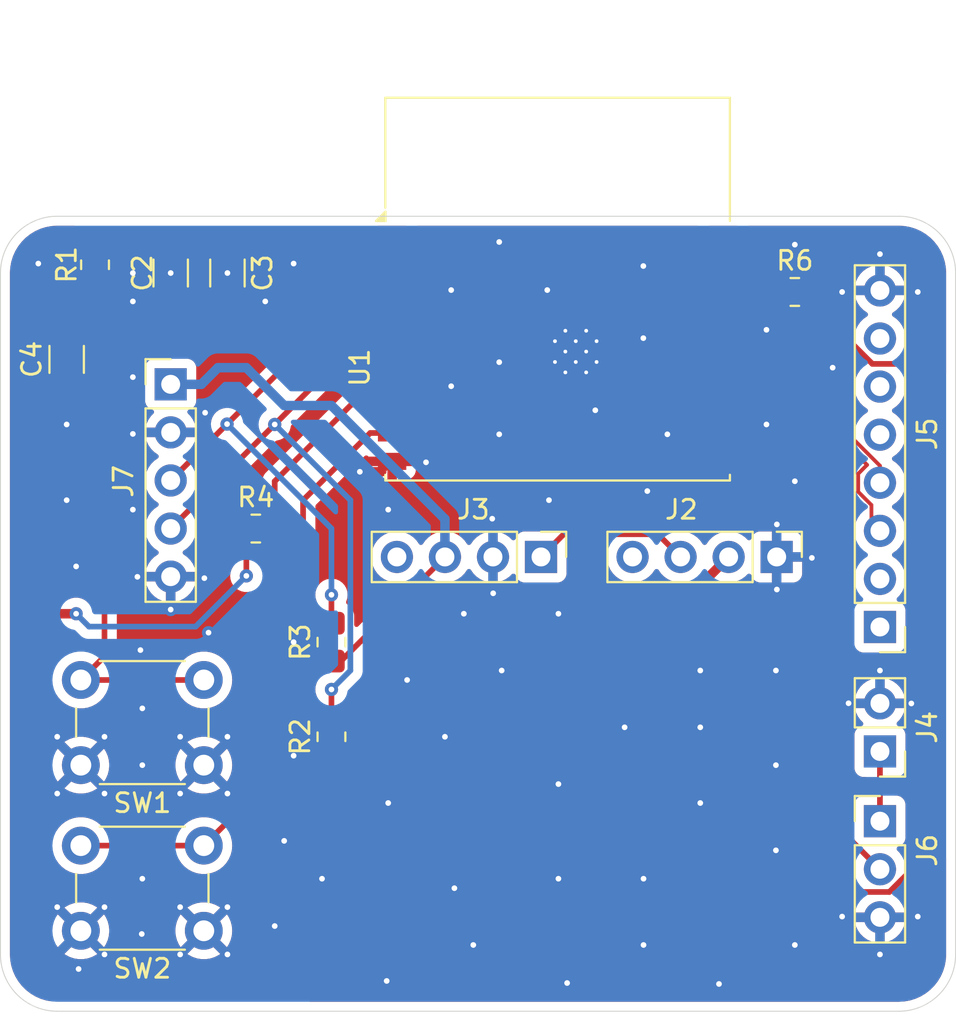
<source format=kicad_pcb>
(kicad_pcb (version 20240108) (generator "pcbnew") (generator_version "8.0")
  (layers (0 "F.Cu" signal) (31 "B.Cu" power) (34 "B.Paste" user) (35 "F.Paste" user) (36 "B.SilkS" user "B.Silkscreen") (37 "F.SilkS" user "F.Silkscreen") (38 "B.Mask" user) (39 "F.Mask" user) (44 "Edge.Cuts" user))
  (net 0 "")
  (net 1 "3V3Buck")
  (net 2 "GND")
  (net 3 "Net-(U1-EN)")
  (net 4 "/SCL")
  (net 5 "/5VBoost")
  (net 6 "/SDA")
  (net 7 "Net-(U1-IO8)")
  (net 8 "Net-(U1-IO2)")
  (net 9 "Net-(U1-IO9)")
  (net 25 "Net-(J2-Vin)")
  (net 26 "Net-(J4-load+)")
  (net 27 "/D+")
  (net 28 "/D-")
  (footprint "Resistor_SMD:R_0805_2012Metric_Pad1.20x1.40mm_HandSolder" (layer "F.Cu") (at 143.9 76.3)
    (property "Reference" "R6" (at 0 -1.65 0) (layer "F.SilkS"))
    (property "Value" "10k")
    (fp_line (start -0.227064 -0.735) (end 0.227064 -0.735) (stroke (width 0.12)) (layer "F.SilkS"))
    (fp_line (start -0.227064 0.735) (end 0.227064 0.735) (stroke (width 0.12)) (layer "F.SilkS"))
    (pad "1" smd roundrect (at -1 0) (size 1.2 1.4) (layers "F.Cu" "F.Paste" "F.Mask") (roundrect_rratio 0.208333) (net 8 "Net-(U1-IO2)"))
    (pad "2" smd roundrect (at 1 0) (size 1.2 1.4) (layers "F.Cu" "F.Paste" "F.Mask") (roundrect_rratio 0.208333) (net 1 "3V3Buck"))
  )
  (footprint "Connector_PinHeader_2.54mm:PinHeader_1x04_P2.54mm_Vertical" (layer "F.Cu") (at 130.48 90.3 -90)
    (property "Reference" "J3" (at -2.5 3.58 0) (layer "F.SilkS"))
    (property "Value" "AF_TPS61023_5V_Boost_Converter")
    (fp_line (start -1.33 8.95) (end 1.33 8.95) (stroke (width 0.12)) (layer "F.SilkS"))
    (fp_line (start -1.33 1.27) (end -1.33 8.95) (stroke (width 0.12)) (layer "F.SilkS"))
    (fp_line (start -1.33 1.27) (end 1.33 1.27) (stroke (width 0.12)) (layer "F.SilkS"))
    (fp_line (start 1.33 1.27) (end 1.33 8.95) (stroke (width 0.12)) (layer "F.SilkS"))
    (fp_line (start -1.33 0) (end -1.33 -1.33) (stroke (width 0.12)) (layer "F.SilkS"))
    (fp_line (start -1.33 -1.33) (end 0 -1.33) (stroke (width 0.12)) (layer "F.SilkS"))
    (pad "1" thru_hole rect (at 0 0 270) (size 1.7 1.7) (drill 1) (layers "*.Cu" "*.Mask") (net 25 "Net-(J2-Vin)"))
    (pad "2" thru_hole oval (at 0 2.54 270) (size 1.7 1.7) (drill 1) (layers "*.Cu" "*.Mask") (net 2 "GND"))
    (pad "3" thru_hole oval (at 0 5.08 270) (size 1.7 1.7) (drill 1) (layers "*.Cu" "*.Mask") (net 5 "/5VBoost"))
    (pad "4" thru_hole oval (at 0 7.62 270) (size 1.7 1.7) (drill 1) (layers "*.Cu" "*.Mask"))
  )
  (footprint "Connector_PinHeader_2.54mm:PinHeader_1x02_P2.54mm_Vertical" (layer "F.Cu") (at 148.4 100.575 180)
    (property "Reference" "J4" (at -2.5 1.275 90) (layer "F.SilkS"))
    (property "Value" "Adafruit_bq25185")
    (fp_line (start 1.33 1.27) (end 1.33 3.87) (stroke (width 0.12)) (layer "F.SilkS"))
    (fp_line (start -1.33 3.87) (end 1.33 3.87) (stroke (width 0.12)) (layer "F.SilkS"))
    (fp_line (start -1.33 1.27) (end 1.33 1.27) (stroke (width 0.12)) (layer "F.SilkS"))
    (fp_line (start -1.33 1.27) (end -1.33 3.87) (stroke (width 0.12)) (layer "F.SilkS"))
    (fp_line (start -1.33 0) (end -1.33 -1.33) (stroke (width 0.12)) (layer "F.SilkS"))
    (fp_line (start -1.33 -1.33) (end 0 -1.33) (stroke (width 0.12)) (layer "F.SilkS"))
    (pad "1" thru_hole rect (at 0 0 180) (size 1.7 1.7) (drill 1) (layers "*.Cu" "*.Mask") (net 26 "Net-(J4-load+)"))
    (pad "2" thru_hole oval (at 0 2.54 180) (size 1.7 1.7) (drill 1) (layers "*.Cu" "*.Mask") (net 2 "GND"))
  )
  (footprint "Connector_PinHeader_2.54mm:PinHeader_1x08_P2.54mm_Vertical" (layer "F.Cu") (at 148.4 94 180)
    (property "Reference" "J5" (at -2.5 10.2 90) (layer "F.SilkS"))
    (property "Value" "AF_USB_Module")
    (fp_line (start 1.33 1.27) (end 1.33 19.11) (stroke (width 0.12)) (layer "F.SilkS"))
    (fp_line (start -1.33 19.11) (end 1.33 19.11) (stroke (width 0.12)) (layer "F.SilkS"))
    (fp_line (start -1.33 1.27) (end 1.33 1.27) (stroke (width 0.12)) (layer "F.SilkS"))
    (fp_line (start -1.33 1.27) (end -1.33 19.11) (stroke (width 0.12)) (layer "F.SilkS"))
    (fp_line (start -1.33 0) (end -1.33 -1.33) (stroke (width 0.12)) (layer "F.SilkS"))
    (fp_line (start -1.33 -1.33) (end 0 -1.33) (stroke (width 0.12)) (layer "F.SilkS"))
    (pad "1" thru_hole rect (at 0 0 180) (size 1.7 1.7) (drill 1) (layers "*.Cu" "*.Mask"))
    (pad "2" thru_hole oval (at 0 2.54 180) (size 1.7 1.7) (drill 1) (layers "*.Cu" "*.Mask"))
    (pad "3" thru_hole oval (at 0 5.08 180) (size 1.7 1.7) (drill 1) (layers "*.Cu" "*.Mask") (net 27 "/D+"))
    (pad "4" thru_hole oval (at 0 7.62 180) (size 1.7 1.7) (drill 1) (layers "*.Cu" "*.Mask") (net 28 "/D-"))
    (pad "5" thru_hole oval (at 0 10.16 180) (size 1.7 1.7) (drill 1) (layers "*.Cu" "*.Mask"))
    (pad "6" thru_hole oval (at 0 12.7 180) (size 1.7 1.7) (drill 1) (layers "*.Cu" "*.Mask"))
    (pad "7" thru_hole oval (at 0 15.24 180) (size 1.7 1.7) (drill 1) (layers "*.Cu" "*.Mask"))
    (pad "8" thru_hole oval (at 0 17.78 180) (size 1.7 1.7) (drill 1) (layers "*.Cu" "*.Mask") (net 2 "GND"))
  )
  (footprint "Resistor_SMD:R_0805_2012Metric_Pad1.20x1.40mm_HandSolder" (layer "F.Cu") (at 119.4 99.8 90)
    (property "Reference" "R2" (at 0 -1.65 90) (layer "F.SilkS"))
    (property "Value" "10k")
    (fp_line (start -0.227064 -0.735) (end 0.227064 -0.735) (stroke (width 0.12)) (layer "F.SilkS"))
    (fp_line (start -0.227064 0.735) (end 0.227064 0.735) (stroke (width 0.12)) (layer "F.SilkS"))
    (pad "1" smd roundrect (at -1 0 90) (size 1.2 1.4) (layers "F.Cu" "F.Paste" "F.Mask") (roundrect_rratio 0.208333) (net 5 "/5VBoost"))
    (pad "2" smd roundrect (at 1 0 90) (size 1.2 1.4) (layers "F.Cu" "F.Paste" "F.Mask") (roundrect_rratio 0.208333) (net 4 "/SCL"))
  )
  (footprint "Resistor_SMD:R_0805_2012Metric_Pad1.20x1.40mm_HandSolder" (layer "F.Cu") (at 119.4 94.8 90)
    (property "Reference" "R3" (at 0 -1.65 90) (layer "F.SilkS"))
    (property "Value" "10k")
    (fp_line (start -0.227064 -0.735) (end 0.227064 -0.735) (stroke (width 0.12)) (layer "F.SilkS"))
    (fp_line (start -0.227064 0.735) (end 0.227064 0.735) (stroke (width 0.12)) (layer "F.SilkS"))
    (pad "1" smd roundrect (at -1 0 90) (size 1.2 1.4) (layers "F.Cu" "F.Paste" "F.Mask") (roundrect_rratio 0.208333) (net 5 "/5VBoost"))
    (pad "2" smd roundrect (at 1 0 90) (size 1.2 1.4) (layers "F.Cu" "F.Paste" "F.Mask") (roundrect_rratio 0.208333) (net 6 "/SDA"))
  )
  (footprint "Button_Switch_THT:SW_PUSH_6mm" (layer "F.Cu") (at 112.65 101.3 180)
    (property "Reference" "SW1" (at 3.25 -2 360) (layer "F.SilkS"))
    (property "Value" "SW_Push")
    (fp_line (start 6.75 3) (end 6.75 1.5) (stroke (width 0.12)) (layer "F.SilkS"))
    (fp_line (start 5.5 -1) (end 1 -1) (stroke (width 0.12)) (layer "F.SilkS"))
    (fp_line (start 1 5.5) (end 5.5 5.5) (stroke (width 0.12)) (layer "F.SilkS"))
    (fp_line (start -0.25 1.5) (end -0.25 3) (stroke (width 0.12)) (layer "F.SilkS"))
    (pad "1" thru_hole circle (at 0 0 270) (size 2 2) (drill 1.1) (layers "*.Cu" "*.Mask") (net 2 "GND"))
    (pad "1" thru_hole circle (at 6.5 0 270) (size 2 2) (drill 1.1) (layers "*.Cu" "*.Mask") (net 2 "GND"))
    (pad "2" thru_hole circle (at 0 4.5 270) (size 2 2) (drill 1.1) (layers "*.Cu" "*.Mask") (net 3 "Net-(U1-EN)"))
    (pad "2" thru_hole circle (at 6.5 4.5 270) (size 2 2) (drill 1.1) (layers "*.Cu" "*.Mask") (net 3 "Net-(U1-EN)"))
  )
  (footprint "Connector_PinHeader_2.54mm:PinHeader_1x03_P2.54mm_Vertical" (layer "F.Cu") (at 148.4 104.26)
    (property "Reference" "J6" (at 2.5 1.54 90) (layer "F.SilkS"))
    (property "Value" "Adadruit_Push_Button")
    (fp_line (start -1.33 -1.33) (end 0 -1.33) (stroke (width 0.12)) (layer "F.SilkS"))
    (fp_line (start -1.33 0) (end -1.33 -1.33) (stroke (width 0.12)) (layer "F.SilkS"))
    (fp_line (start -1.33 1.27) (end -1.33 6.41) (stroke (width 0.12)) (layer "F.SilkS"))
    (fp_line (start -1.33 1.27) (end 1.33 1.27) (stroke (width 0.12)) (layer "F.SilkS"))
    (fp_line (start -1.33 6.41) (end 1.33 6.41) (stroke (width 0.12)) (layer "F.SilkS"))
    (fp_line (start 1.33 1.27) (end 1.33 6.41) (stroke (width 0.12)) (layer "F.SilkS"))
    (pad "1" thru_hole rect (at 0 0) (size 1.7 1.7) (drill 1) (layers "*.Cu" "*.Mask") (net 26 "Net-(J4-load+)"))
    (pad "2" thru_hole oval (at 0 2.54) (size 1.7 1.7) (drill 1) (layers "*.Cu" "*.Mask") (net 25 "Net-(J2-Vin)"))
    (pad "3" thru_hole oval (at 0 5.08) (size 1.7 1.7) (drill 1) (layers "*.Cu" "*.Mask") (net 2 "GND"))
  )
  (footprint "RF_Module:ESP32-C3-WROOM-02" (layer "F.Cu") (at 131.3575 79.25)
    (property "Reference" "U1" (at -10.4575 1.05 90) (layer "F.SilkS"))
    (property "Value" "C3-WROOM-02")
    (fp_line (start -9.11 -13.21) (end -9.11 -7.4) (stroke (width 0.12)) (layer "F.SilkS"))
    (fp_line (start -9.11 -13.21) (end 9.11 -13.21) (stroke (width 0.12)) (layer "F.SilkS"))
    (fp_line (start -9.11 6.71) (end -9.11 7.01) (stroke (width 0.12)) (layer "F.SilkS"))
    (fp_line (start -9.11 7.01) (end 9.11 7.01) (stroke (width 0.12)) (layer "F.SilkS"))
    (fp_line (start 9.11 -13.21) (end 9.11 -6.71) (stroke (width 0.12)) (layer "F.SilkS"))
    (fp_line (start 9.11 6.71) (end 9.11 7.01) (stroke (width 0.12)) (layer "F.SilkS"))
    (fp_poly (pts (xy -9.1 -6.7) (xy -9.6 -6.7) (xy -9.1 -7.2) (xy -9.1 -6.7)) (stroke (width 0.12)) (fill solid) (layer "F.SilkS"))
    (pad "1" smd rect (at -8.75 -6) (size 1.5 0.9) (layers "F.Cu" "F.Paste" "F.Mask") (net 1 "3V3Buck"))
    (pad "2" smd rect (at -8.75 -4.5) (size 1.5 0.9) (layers "F.Cu" "F.Paste" "F.Mask") (net 3 "Net-(U1-EN)"))
    (pad "3" smd rect (at -8.75 -3) (size 1.5 0.9) (layers "F.Cu" "F.Paste" "F.Mask") (net 6 "/SDA"))
    (pad "4" smd rect (at -8.75 -1.5) (size 1.5 0.9) (layers "F.Cu" "F.Paste" "F.Mask") (net 4 "/SCL"))
    (pad "5" smd rect (at -8.75 0) (size 1.5 0.9) (layers "F.Cu" "F.Paste" "F.Mask"))
    (pad "6" smd rect (at -8.75 1.5) (size 1.5 0.9) (layers "F.Cu" "F.Paste" "F.Mask"))
    (pad "7" smd rect (at -8.75 3) (size 1.5 0.9) (layers "F.Cu" "F.Paste" "F.Mask") (net 7 "Net-(U1-IO8)"))
    (pad "8" smd rect (at -8.75 4.5) (size 1.5 0.9) (layers "F.Cu" "F.Paste" "F.Mask") (net 9 "Net-(U1-IO9)"))
    (pad "9" smd rect (at -8.75 6) (size 1.5 0.9) (layers "F.Cu" "F.Paste" "F.Mask") (net 2 "GND"))
    (pad "10" smd rect (at 8.75 6) (size 1.5 0.9) (layers "F.Cu" "F.Paste" "F.Mask"))
    (pad "11" smd rect (at 8.75 4.5) (size 1.5 0.9) (layers "F.Cu" "F.Paste" "F.Mask"))
    (pad "12" smd rect (at 8.75 3) (size 1.5 0.9) (layers "F.Cu" "F.Paste" "F.Mask"))
    (pad "13" smd rect (at 8.75 1.5) (size 1.5 0.9) (layers "F.Cu" "F.Paste" "F.Mask") (net 27 "/D+"))
    (pad "14" smd rect (at 8.75 0) (size 1.5 0.9) (layers "F.Cu" "F.Paste" "F.Mask") (net 28 "/D-"))
    (pad "15" smd rect (at 8.75 -1.5) (size 1.5 0.9) (layers "F.Cu" "F.Paste" "F.Mask"))
    (pad "16" smd rect (at 8.75 -3) (size 1.5 0.9) (layers "F.Cu" "F.Paste" "F.Mask") (net 8 "Net-(U1-IO2)"))
    (pad "17" smd rect (at 8.75 -4.5) (size 1.5 0.9) (layers "F.Cu" "F.Paste" "F.Mask"))
    (pad "18" smd rect (at 8.75 -6) (size 1.5 0.9) (layers "F.Cu" "F.Paste" "F.Mask"))
    (pad "19" thru_hole circle (at -0.14 -0.35) (size 0.6 0.6) (drill 0.2) (property pad_prop_heatsink) (layers "*.Cu" "F.Mask") (net 2 "GND"))
    (pad "19" thru_hole circle (at -0.14 0.75) (size 0.6 0.6) (drill 0.2) (property pad_prop_heatsink) (layers "*.Cu" "F.Mask") (net 2 "GND"))
    (pad "19" thru_hole circle (at 0.41 -0.9) (size 0.6 0.6) (drill 0.2) (property pad_prop_heatsink) (layers "*.Cu" "F.Mask") (net 2 "GND"))
    (pad "19" thru_hole circle (at 0.41 0.2) (size 0.6 0.6) (drill 0.2) (property pad_prop_heatsink) (layers "*.Cu" "F.Mask") (net 2 "GND"))
    (pad "19" thru_hole circle (at 0.41 1.3) (size 0.6 0.6) (drill 0.2) (property pad_prop_heatsink) (layers "*.Cu" "F.Mask") (net 2 "GND"))
    (pad "19" thru_hole circle (at 0.96 -0.35) (size 0.6 0.6) (drill 0.2) (property pad_prop_heatsink) (layers "*.Cu" "F.Mask") (net 2 "GND"))
    (pad "19" smd rect (at 0.96 0.2) (size 2.9 2.9) (property pad_prop_heatsink) (layers "F.Cu" "F.Mask") (net 2 "GND"))
    (pad "19" thru_hole circle (at 0.96 0.75) (size 0.6 0.6) (drill 0.2) (property pad_prop_heatsink) (layers "*.Cu" "F.Mask") (net 2 "GND"))
    (pad "19" thru_hole circle (at 1.51 -0.9) (size 0.6 0.6) (drill 0.2) (property pad_prop_heatsink) (layers "*.Cu" "F.Mask") (net 2 "GND"))
    (pad "19" thru_hole circle (at 1.51 0.2) (size 0.6 0.6) (drill 0.2) (property pad_prop_heatsink) (layers "*.Cu" "F.Mask") (net 2 "GND"))
    (pad "19" thru_hole circle (at 1.51 1.3) (size 0.6 0.6) (drill 0.2) (property pad_prop_heatsink) (layers "*.Cu" "F.Mask") (net 2 "GND"))
    (pad "19" thru_hole circle (at 2.06 -0.35) (size 0.6 0.6) (drill 0.2) (property pad_prop_heatsink) (layers "*.Cu" "F.Mask") (net 2 "GND"))
    (pad "19" thru_hole circle (at 2.06 0.75) (size 0.6 0.6) (drill 0.2) (property pad_prop_heatsink) (layers "*.Cu" "F.Mask") (net 2 "GND"))
    (zone (net 0) (net_name "") (layers "F&B.Cu") (connect_pads (clearance 0)) (min_thickness 0.254)
      (keepout (tracks not_allowed) (vias not_allowed) (pads not_allowed) (copperpour not_allowed) (footprints not_allowed))
      (fill (thermal_gap 0.508) (thermal_bridge_width 0.508))
      (polygon (pts (xy 117.3575 72.15) (xy 145.3575 72.15) (xy 145.3575 61.15) (xy 117.3575 61.15)))
    )
  )
  (footprint "Capacitor_SMD:C_1206_3216Metric_Pad1.33x1.80mm_HandSolder" (layer "F.Cu") (at 110.9 75.3 -90)
    (property "Reference" "C2" (at 0 1.5 90) (layer "F.SilkS"))
    (property "Value" "10uF")
    (fp_line (start -0.711252 0.91) (end 0.711252 0.91) (stroke (width 0.12)) (layer "F.SilkS"))
    (fp_line (start -0.711252 -0.91) (end 0.711252 -0.91) (stroke (width 0.12)) (layer "F.SilkS"))
    (pad "1" smd roundrect (at -1.5625 0 270) (size 1.325 1.8) (layers "F.Cu" "F.Paste" "F.Mask") (roundrect_rratio 0.188679) (net 1 "3V3Buck"))
    (pad "2" smd roundrect (at 1.5625 0 270) (size 1.325 1.8) (layers "F.Cu" "F.Paste" "F.Mask") (roundrect_rratio 0.188679) (net 2 "GND"))
  )
  (footprint "Resistor_SMD:R_0805_2012Metric_Pad1.20x1.40mm_HandSolder" (layer "F.Cu") (at 106.9 74.8625 -90)
    (property "Reference" "R1" (at 0 1.5 90) (layer "F.SilkS"))
    (property "Value" "10k")
    (fp_line (start -0.227064 0.735) (end 0.227064 0.735) (stroke (width 0.12)) (layer "F.SilkS"))
    (fp_line (start -0.227064 -0.735) (end 0.227064 -0.735) (stroke (width 0.12)) (layer "F.SilkS"))
    (pad "1" smd roundrect (at -1 0 270) (size 1.2 1.4) (layers "F.Cu" "F.Paste" "F.Mask") (roundrect_rratio 0.208333) (net 1 "3V3Buck"))
    (pad "2" smd roundrect (at 1 0 270) (size 1.2 1.4) (layers "F.Cu" "F.Paste" "F.Mask") (roundrect_rratio 0.208333) (net 3 "Net-(U1-EN)"))
  )
  (footprint "Capacitor_SMD:C_1206_3216Metric_Pad1.33x1.80mm_HandSolder" (layer "F.Cu") (at 113.9 75.3 -90)
    (property "Reference" "C3" (at 0 -1.85 90) (layer "F.SilkS"))
    (property "Value" "100nF")
    (fp_line (start -0.711252 0.91) (end 0.711252 0.91) (stroke (width 0.12)) (layer "F.SilkS"))
    (fp_line (start -0.711252 -0.91) (end 0.711252 -0.91) (stroke (width 0.12)) (layer "F.SilkS"))
    (pad "1" smd roundrect (at -1.5625 0 270) (size 1.325 1.8) (layers "F.Cu" "F.Paste" "F.Mask") (roundrect_rratio 0.188679) (net 1 "3V3Buck"))
    (pad "2" smd roundrect (at 1.5625 0 270) (size 1.325 1.8) (layers "F.Cu" "F.Paste" "F.Mask") (roundrect_rratio 0.188679) (net 2 "GND"))
  )
  (footprint "Connector_PinHeader_2.54mm:PinHeader_1x04_P2.54mm_Vertical" (layer "F.Cu") (at 142.94 90.3 -90)
    (property "Reference" "J2" (at -2.5 5.04 180) (layer "F.SilkS"))
    (property "Value" "AF_TLV62569_3V3_Buck_Converter")
    (fp_line (start -1.33 8.95) (end 1.33 8.95) (stroke (width 0.12)) (layer "F.SilkS"))
    (fp_line (start -1.33 1.27) (end -1.33 8.95) (stroke (width 0.12)) (layer "F.SilkS"))
    (fp_line (start -1.33 1.27) (end 1.33 1.27) (stroke (width 0.12)) (layer "F.SilkS"))
    (fp_line (start 1.33 1.27) (end 1.33 8.95) (stroke (width 0.12)) (layer "F.SilkS"))
    (fp_line (start -1.33 0) (end -1.33 -1.33) (stroke (width 0.12)) (layer "F.SilkS"))
    (fp_line (start -1.33 -1.33) (end 0 -1.33) (stroke (width 0.12)) (layer "F.SilkS"))
    (pad "1" thru_hole rect (at 0 0 270) (size 1.7 1.7) (drill 1) (layers "*.Cu" "*.Mask") (net 2 "GND"))
    (pad "2" thru_hole oval (at 0 2.54 270) (size 1.7 1.7) (drill 1) (layers "*.Cu" "*.Mask") (net 1 "3V3Buck"))
    (pad "3" thru_hole oval (at 0 5.08 270) (size 1.7 1.7) (drill 1) (layers "*.Cu" "*.Mask") (net 25 "Net-(J2-Vin)"))
    (pad "4" thru_hole oval (at 0 7.62 270) (size 1.7 1.7) (drill 1) (layers "*.Cu" "*.Mask"))
  )
  (footprint "Capacitor_SMD:C_1206_3216Metric_Pad1.33x1.80mm_HandSolder" (layer "F.Cu") (at 105.4 79.8625 90)
    (property "Reference" "C4" (at 0 -1.85 90) (layer "F.SilkS"))
    (property "Value" "100nF")
    (fp_line (start -0.711252 -0.91) (end 0.711252 -0.91) (stroke (width 0.12)) (layer "F.SilkS"))
    (fp_line (start -0.711252 0.91) (end 0.711252 0.91) (stroke (width 0.12)) (layer "F.SilkS"))
    (pad "1" smd roundrect (at -1.5625 0 90) (size 1.325 1.8) (layers "F.Cu" "F.Paste" "F.Mask") (roundrect_rratio 0.188679) (net 2 "GND"))
    (pad "2" smd roundrect (at 1.5625 0 90) (size 1.325 1.8) (layers "F.Cu" "F.Paste" "F.Mask") (roundrect_rratio 0.188679) (net 3 "Net-(U1-EN)"))
  )
  (footprint "Button_Switch_THT:SW_PUSH_6mm" (layer "F.Cu") (at 112.65 110.05 180)
    (property "Reference" "SW2" (at 3.25 -2 360) (layer "F.SilkS"))
    (property "Value" "SW_Push")
    (fp_line (start 6.75 3) (end 6.75 1.5) (stroke (width 0.12)) (layer "F.SilkS"))
    (fp_line (start 5.5 -1) (end 1 -1) (stroke (width 0.12)) (layer "F.SilkS"))
    (fp_line (start 1 5.5) (end 5.5 5.5) (stroke (width 0.12)) (layer "F.SilkS"))
    (fp_line (start -0.25 1.5) (end -0.25 3) (stroke (width 0.12)) (layer "F.SilkS"))
    (pad "1" thru_hole circle (at 0 0 270) (size 2 2) (drill 1.1) (layers "*.Cu" "*.Mask") (net 2 "GND"))
    (pad "1" thru_hole circle (at 6.5 0 270) (size 2 2) (drill 1.1) (layers "*.Cu" "*.Mask") (net 2 "GND"))
    (pad "2" thru_hole circle (at 0 4.5 270) (size 2 2) (drill 1.1) (layers "*.Cu" "*.Mask") (net 9 "Net-(U1-IO9)"))
    (pad "2" thru_hole circle (at 6.5 4.5 270) (size 2 2) (drill 1.1) (layers "*.Cu" "*.Mask") (net 9 "Net-(U1-IO9)"))
  )
  (footprint "Resistor_SMD:R_0805_2012Metric_Pad1.20x1.40mm_HandSolder" (layer "F.Cu") (at 115.4 88.8)
    (property "Reference" "R4" (at 0 -1.65 0) (layer "F.SilkS"))
    (property "Value" "10k")
    (fp_line (start -0.227064 -0.735) (end 0.227064 -0.735) (stroke (width 0.12)) (layer "F.SilkS"))
    (fp_line (start -0.227064 0.735) (end 0.227064 0.735) (stroke (width 0.12)) (layer "F.SilkS"))
    (pad "1" smd roundrect (at -1 0) (size 1.2 1.4) (layers "F.Cu" "F.Paste" "F.Mask") (roundrect_rratio 0.208333) (net 1 "3V3Buck"))
    (pad "2" smd roundrect (at 1 0) (size 1.2 1.4) (layers "F.Cu" "F.Paste" "F.Mask") (roundrect_rratio 0.208333) (net 7 "Net-(U1-IO8)"))
  )
  (footprint "Connector_PinHeader_2.54mm:PinHeader_1x05_P2.54mm_Vertical" (layer "F.Cu") (at 110.9 81.18)
    (property "Reference" "J7" (at -2.5 5.12 90) (layer "F.SilkS"))
    (property "Value" "Sen54 Sensor")
    (fp_line (start -1.33 -1.33) (end 0 -1.33) (stroke (width 0.12)) (layer "F.SilkS"))
    (fp_line (start -1.33 0) (end -1.33 -1.33) (stroke (width 0.12)) (layer "F.SilkS"))
    (fp_line (start -1.33 1.27) (end -1.33 11.49) (stroke (width 0.12)) (layer "F.SilkS"))
    (fp_line (start -1.33 1.27) (end 1.33 1.27) (stroke (width 0.12)) (layer "F.SilkS"))
    (fp_line (start -1.33 11.49) (end 1.33 11.49) (stroke (width 0.12)) (layer "F.SilkS"))
    (fp_line (start 1.33 1.27) (end 1.33 11.49) (stroke (width 0.12)) (layer "F.SilkS"))
    (pad "1" thru_hole rect (at 0 0) (size 1.7 1.7) (drill 1) (layers "*.Cu" "*.Mask") (net 5 "/5VBoost"))
    (pad "2" thru_hole oval (at 0 2.54) (size 1.7 1.7) (drill 1) (layers "*.Cu" "*.Mask") (net 2 "GND"))
    (pad "3" thru_hole oval (at 0 5.08) (size 1.7 1.7) (drill 1) (layers "*.Cu" "*.Mask") (net 6 "/SDA"))
    (pad "4" thru_hole oval (at 0 7.62) (size 1.7 1.7) (drill 1) (layers "*.Cu" "*.Mask") (net 4 "/SCL"))
    (pad "5" thru_hole oval (at 0 10.16) (size 1.7 1.7) (drill 1) (layers "*.Cu" "*.Mask") (net 2 "GND"))
  )
  (gr_arc (start 149.4 72.3) (mid 151.52132 73.17868) (end 152.4 75.3) (stroke (width 0.05)) (layer "Edge.Cuts"))
  (gr_line (start 149.4 114.3) (end 104.9 114.3) (stroke (width 0.05)) (layer "Edge.Cuts"))
  (gr_line (start 101.9 111.3) (end 101.9 75.3) (stroke (width 0.05)) (layer "Edge.Cuts"))
  (gr_arc (start 101.9 75.3) (mid 102.77868 73.17868) (end 104.9 72.3) (stroke (width 0.05)) (layer "Edge.Cuts"))
  (gr_arc (start 152.4 111.3) (mid 151.52132 113.42132) (end 149.4 114.3) (stroke (width 0.05)) (layer "Edge.Cuts"))
  (gr_arc (start 104.9 114.3) (mid 102.77868 113.42132) (end 101.9 111.3) (stroke (width 0.05)) (layer "Edge.Cuts"))
  (gr_line (start 104.9 72.3) (end 149.4 72.3) (stroke (width 0.05)) (layer "Edge.Cuts"))
  (gr_line (start 152.4 75.3) (end 152.4 111.3) (stroke (width 0.05)) (layer "Edge.Cuts"))
  (segment (start 114.9 91.3) (end 114.9 89.3) (width 0.3) (layer "F.Cu") (net 1))
  (segment (start 151.31 105.587057) (end 148.897057 108) (width 0.3) (layer "F.Cu") (net 1))
  (segment (start 151.31 81.21) (end 151.31 105.587057) (width 0.3) (layer "F.Cu") (net 1))
  (segment (start 114.9 89.3) (end 114.4 88.8) (width 0.3) (layer "F.Cu") (net 1))
  (segment (start 148 80.1) (end 150.2 80.1) (width 0.3) (layer "F.Cu") (net 1))
  (segment (start 140.4 90.3) (end 131.4 99.3) (width 0.5) (layer "F.Cu") (net 1))
  (segment (start 144.9 76.3) (end 144.9 77) (width 0.3) (layer "F.Cu") (net 1))
  (segment (start 103.9 76.8625) (end 106.9 73.8625) (width 0.5) (layer "F.Cu") (net 1))
  (segment (start 117.4 113.3) (end 105.4 113.3) (width 0.5) (layer "F.Cu") (net 1))
  (segment (start 103.9 93.3) (end 103.9 76.8625) (width 0.5) (layer "F.Cu") (net 1))
  (segment (start 105.9 93.3) (end 103.9 93.3) (width 0.5) (layer "F.Cu") (net 1))
  (segment (start 131.4 99.3) (end 117.4 113.3) (width 0.5) (layer "F.Cu") (net 1))
  (segment (start 148.897057 108) (end 140.1 108) (width 0.3) (layer "F.Cu") (net 1))
  (segment (start 110.35 73.1875) (end 110.9 73.7375) (width 0.3) (layer "F.Cu") (net 1))
  (segment (start 140.1 108) (end 131.4 99.3) (width 0.3) (layer "F.Cu") (net 1))
  (segment (start 122.6075 73.25) (end 107.5125 73.25) (width 0.5) (layer "F.Cu") (net 1))
  (segment (start 150.2 80.1) (end 151.31 81.21) (width 0.3) (layer "F.Cu") (net 1))
  (segment (start 105.4 113.3) (end 103.9 111.8) (width 0.5) (layer "F.Cu") (net 1))
  (segment (start 144.9 77) (end 148 80.1) (width 0.3) (layer "F.Cu") (net 1))
  (segment (start 103.9 111.8) (end 103.9 93.3) (width 0.5) (layer "F.Cu") (net 1))
  (segment (start 107.5125 73.25) (end 106.9 73.8625) (width 0.5) (layer "F.Cu") (net 1))
  (via (at 105.9 93.3) (size 0.7) (drill 0.3) (layers "F.Cu" "B.Cu") (net 1))
  (via (at 114.9 91.3) (size 0.7) (drill 0.3) (layers "F.Cu" "B.Cu") (net 1))
  (segment (start 112.22 93.98) (end 106.58 93.98) (width 0.3) (layer "B.Cu") (net 1))
  (segment (start 114.9 91.3) (end 112.22 93.98) (width 0.3) (layer "B.Cu") (net 1))
  (segment (start 106.58 93.98) (end 105.9 93.3) (width 0.3) (layer "B.Cu") (net 1))
  (segment (start 105.4 81.425) (end 105.4 83.3) (width 0.3) (layer "F.Cu") (net 2))
  (segment (start 108.9 76.8) (end 110.8375 76.8) (width 0.5) (layer "F.Cu") (net 2))
  (segment (start 115.9 76.8) (end 113.9625 76.8) (width 0.5) (layer "F.Cu") (net 2))
  (segment (start 110.8375 76.8) (end 110.9 76.8625) (width 0.3) (layer "F.Cu") (net 2))
  (segment (start 120.9 85.8) (end 122.0575 85.8) (width 0.5) (layer "F.Cu") (net 2))
  (segment (start 122.0575 85.8) (end 122.6075 85.25) (width 0.3) (layer "F.Cu") (net 2))
  (segment (start 113.9625 76.8) (end 113.9 76.8625) (width 0.3) (layer "F.Cu") (net 2))
  (via (at 108.9 80.8) (size 0.7) (drill 0.3) (layers "F.Cu" "B.Cu") (net 2))
  (via (at 135.9 110.8) (size 0.7) (drill 0.3) (layers "F.Cu" "B.Cu") (net 2))
  (via (at 117.4 94.8) (size 0.7) (drill 0.3) (layers "F.Cu" "B.Cu") (net 2))
  (via (at 109.37 110.22) (size 0.7) (drill 0.3) (layers "F.Cu" "B.Cu") (net 2))
  (via (at 138.9 96.3) (size 0.7) (drill 0.3) (layers "F.Cu" "B.Cu") (net 2))
  (via (at 127.95 92.22) (size 0.7) (drill 0.3) (layers "F.Cu" "B.Cu") (net 2))
  (via (at 113.9 102.8) (size 0.7) (drill 0.3) (layers "F.Cu" "B.Cu") (net 2))
  (via (at 137.16 83.82) (size 0.7) (drill 0.3) (layers "F.Cu" "B.Cu") (net 2))
  (via (at 105.4 87.3) (size 0.7) (drill 0.3) (layers "F.Cu" "B.Cu") (net 2))
  (via (at 142.95 88.58) (size 0.7) (drill 0.3) (layers "F.Cu" "B.Cu") (net 2))
  (via (at 108.9 87.8) (size 0.7) (drill 0.3) (layers "F.Cu" "B.Cu") (net 2))
  (via (at 131.4 93.3) (size 0.7) (drill 0.3) (layers "F.Cu" "B.Cu") (net 2))
  (via (at 127.9 88.28) (size 0.7) (drill 0.3) (layers "F.Cu" "B.Cu") (net 2))
  (via (at 107.4 108.8) (size 0.7) (drill 0.3) (layers "F.Cu" "B.Cu") (net 2))
  (via (at 150.4 109.3) (size 0.7) (drill 0.3) (layers "F.Cu" "B.Cu") (net 2))
  (via (at 142.9 96.3) (size 0.7) (drill 0.3) (layers "F.Cu" "B.Cu") (net 2))
  (via (at 113.9 99.8) (size 0.7) (drill 0.3) (layers "F.Cu" "B.Cu") (net 2))
  (via (at 111.4 111.3) (size 0.7) (drill 0.3) (layers "F.Cu" "B.Cu") (net 2))
  (via (at 133.35 82.55) (size 0.7) (drill 0.3) (layers "F.Cu" "B.Cu") (net 2))
  (via (at 108.9 83.8) (size 0.7) (drill 0.3) (layers "F.Cu" "B.Cu") (net 2))
  (via (at 105.4 83.3) (size 0.7) (drill 0.3) (layers "F.Cu" "B.Cu") (net 2))
  (via (at 109.4 107.3) (size 0.7) (drill 0.3) (layers "F.Cu" "B.Cu") (net 2))
  (via (at 146.4 109.3) (size 0.7) (drill 0.3) (layers "F.Cu" "B.Cu") (net 2))
  (via (at 122.4 87.8) (size 0.7) (drill 0.3) (layers "F.Cu" "B.Cu") (net 2))
  (via (at 148.4 96.3) (size 0.7) (drill 0.3) (layers "F.Cu" "B.Cu") (net 2))
  (via (at 130.9 87.3) (size 0.7) (drill 0.3) (layers "F.Cu" "B.Cu") (net 2))
  (via (at 109.3 95.22) (size 0.7) (drill 0.3) (layers "F.Cu" "B.Cu") (net 2))
  (via (at 108.9 75.3) (size 0.7) (drill 0.3) (layers "F.Cu" "B.Cu") (net 2))
  (via (at 148.4 111.3) (size 0.7) (drill 0.3) (layers "F.Cu" "B.Cu") (net 2))
  (via (at 116.4 109.8) (size 0.7) (drill 0.3) (layers "F.Cu" "B.Cu") (net 2))
  (via (at 135.9 107.3) (size 0.7) (drill 0.3) (layers "F.Cu" "B.Cu") (net 2))
  (via (at 142.4 78.3) (size 0.7) (drill 0.3) (layers "F.Cu" "B.Cu") (net 2))
  (via (at 113.9 111.3) (size 0.7) (drill 0.3) (layers "F.Cu" "B.Cu") (net 2))
  (via (at 126.9 110.8) (size 0.7) (drill 0.3) (layers "F.Cu" "B.Cu") (net 2))
  (via (at 104.9 102.8) (size 0.7) (drill 0.3) (layers "F.Cu" "B.Cu") (net 2))
  (via (at 150.06 98.04) (size 0.7) (drill 0.3) (layers "F.Cu" "B.Cu") (net 2))
  (via (at 104.9 99.8) (size 0.7) (drill 0.3) (layers "F.Cu" "B.Cu") (net 2))
  (via (at 131.4 102.3) (size 0.7) (drill 0.3) (layers "F.Cu" "B.Cu") (net 2))
  (via (at 125.73 81.28) (size 0.7) (drill 0.3) (layers "F.Cu" "B.Cu") (net 2))
  (via (at 112.68 91.42) (size 0.7) (drill 0.3) (layers "F.Cu" "B.Cu") (net 2))
  (via (at 145.9 80.3) (size 0.7) (drill 0.3) (layers "F.Cu" "B.Cu") (net 2))
  (via (at 118.9 107.3) (size 0.7) (drill 0.3) (layers "F.Cu" "B.Cu") (net 2))
  (via (at 135.89 74.93) (size 0.7) (drill 0.3) (layers "F.Cu" "B.Cu") (net 2))
  (via (at 136.1 86.82) (size 0.7) (drill 0.3) (layers "F.Cu" "B.Cu") (net 2))
  (via (at 112.72 82.68) (size 0.7) (drill 0.3) (layers "F.Cu" "B.Cu") (net 2))
  (via (at 113.9 75.3) (size 0.7) (drill 0.3) (layers "F.Cu" "B.Cu") (net 2))
  (via (at 107.4 102.8) (size 0.7) (drill 0.3) (layers "F.Cu" "B.Cu") (net 2))
  (via (at 128.4 96.3) (size 0.7) (drill 0.3) (layers "F.Cu" "B.Cu") (net 2))
  (via (at 142.4 83.3) (size 0.7) (drill 0.3) (layers "F.Cu" "B.Cu") (net 2))
  (via (at 131.86 112.81) (size 0.7) (drill 0.3) (layers "F.Cu" "B.Cu") (net 2))
  (via (at 106.03 112.07) (size 0.7) (drill 0.3) (layers "F.Cu" "B.Cu") (net 2))
  (via (at 104.9 108.8) (size 0.7) (drill 0.3) (layers "F.Cu" "B.Cu") (net 2))
  (via (at 116.9 105.3) (size 0.7) (drill 0.3) (layers "F.Cu" "B.Cu") (net 2))
  (via (at 110.9 75.3) (size 0.7) (drill 0.3) (layers "F.Cu" "B.Cu") (net 2))
  (via (at 138.9 99.3) (size 0.7) (drill 0.3) (layers "F.Cu" "B.Cu") (net 2))
  (via (at 123.4 96.8) (size 0.7) (drill 0.3) (layers "F.Cu" "B.Cu") (net 2))
  (via (at 107.4 111.3) (size 0.7) (drill 0.3) (layers "F.Cu" "B.Cu") (net 2))
  (via (at 124.4 85.3) (size 0.7) (drill 0.3) (layers "F.Cu" "B.Cu") (net 2))
  (via (at 122.4 103.3) (size 0.7) (drill 0.3) (layers "F.Cu" "B.Cu") (net 2))
  (via (at 115.9 76.8) (size 0.7) (drill 0.3) (layers "F.Cu" "B.Cu") (net 2))
  (via (at 139.89 112.86) (size 0.7) (drill 0.3) (layers "F.Cu" "B.Cu") (net 2))
  (via (at 128.27 80.01) (size 0.7) (drill 0.3) (layers "F.Cu" "B.Cu") (net 2))
  (via (at 148.4 74.3) (size 0.7) (drill 0.3) (layers "F.Cu" "B.Cu") (net 2))
  (via (at 109.4 98.3) (size 0.7) (drill 0.3) (layers "F.Cu" "B.Cu") (net 2))
  (via (at 105.9 90.8) (size 0.7) (drill 0.3) (layers "F.Cu" "B.Cu") (net 2))
  (via (at 109.14 91.35) (size 0.7) (drill 0.3) (layers "F.Cu" "B.Cu") (net 2))
  (via (at 143.9 73.8) (size 0.7) (drill 0.3) (layers "F.Cu" "B.Cu") (net 2))
  (via (at 142.9 105.8) (size 0.7) (drill 0.3) (layers "F.Cu" "B.Cu") (net 2))
  (via (at 142.9 101.3) (size 0.7) (drill 0.3) (layers "F.Cu" "B.Cu") (net 2))
  (via (at 111.4 108.8) (size 0.7) (drill 0.3) (layers "F.Cu" "B.Cu") (net 2))
  (via (at 107.4 99.8) (size 0.7) (drill 0.3) (layers "F.Cu" "B.Cu") (net 2))
  (via (at 126.4 93.3) (size 0.7) (drill 0.3) (layers "F.Cu" "B.Cu") (net 2))
  (via (at 122.32 112.7) (size 0.7) (drill 0.3) (layers "F.Cu" "B.Cu") (net 2))
  (via (at 125.9 107.8) (size 0.7) (drill 0.3) (layers "F.Cu" "B.Cu") (net 2))
  (via (at 108.9 76.8) (size 0.7) (drill 0.3) (layers "F.Cu" "B.Cu") (net 2))
  (via (at 125.4 99.8) (size 0.7) (drill 0.3) (layers "F.Cu" "B.Cu") (net 2))
  (via (at 138.9 103.3) (size 0.7) (drill 0.3) (layers "F.Cu" "B.Cu") (net 2))
  (via (at 146.4 76.3) (size 0.7) (drill 0.3) (layers "F.Cu" "B.Cu") (net 2))
  (via (at 131.4 107.3) (size 0.7) (drill 0.3) (layers "F.Cu" "B.Cu") (net 2))
  (via (at 128.27 73.66) (size 0.7) (drill 0.3) (layers "F.Cu" "B.Cu") (net 2))
  (via (at 117.4 74.8) (size 0.7) (drill 0.3) (layers "F.Cu" "B.Cu") (net 2))
  (via (at 142.95 92.02) (size 0.7) (drill 0.3) (layers "F.Cu" "B.Cu") (net 2))
  (via (at 120.9 85.8) (size 0.7) (drill 0.3) (layers "F.Cu" "B.Cu") (net 2))
  (via (at 143.9 110.8) (size 0.7) (drill 0.3) (layers "F.Cu" "B.Cu") (net 2))
  (via (at 109.4 101.3) (size 0.7) (drill 0.3) (layers "F.Cu" "B.Cu") (net 2))
  (via (at 111.4 102.8) (size 0.7) (drill 0.3) (layers "F.Cu" "B.Cu") (net 2))
  (via (at 125.73 76.2) (size 0.7) (drill 0.3) (layers "F.Cu" "B.Cu") (net 2))
  (via (at 146.74 98.03) (size 0.7) (drill 0.3) (layers "F.Cu" "B.Cu") (net 2))
  (via (at 111.4 99.8) (size 0.7) (drill 0.3) (layers "F.Cu" "B.Cu") (net 2))
  (via (at 144.8 90.35) (size 0.7) (drill 0.3) (layers "F.Cu" "B.Cu") (net 2))
  (via (at 143.9 86.3) (size 0.7) (drill 0.3) (layers "F.Cu" "B.Cu") (net 2))
  (via (at 110.9 93.08) (size 0.7) (drill 0.3) (layers "F.Cu" "B.Cu") (net 2))
  (via (at 128.27 83.82) (size 0.7) (drill 0.3) (layers "F.Cu" "B.Cu") (net 2))
  (via (at 117.4 100.8) (size 0.7) (drill 0.3) (layers "F.Cu" "B.Cu") (net 2))
  (via (at 130.81 76.2) (size 0.7) (drill 0.3) (layers "F.Cu" "B.Cu") (net 2))
  (via (at 112.9 94.3) (size 0.7) (drill 0.3) (layers "F.Cu" "B.Cu") (net 2))
  (via (at 103.9 74.8) (size 0.7) (drill 0.3) (layers "F.Cu" "B.Cu") (net 2))
  (via (at 135.89 78.74) (size 0.7) (drill 0.3) (layers "F.Cu" "B.Cu") (net 2))
  (via (at 113.9 108.8) (size 0.7) (drill 0.3) (layers "F.Cu" "B.Cu") (net 2))
  (via (at 134.9 99.3) (size 0.7) (drill 0.3) (layers "F.Cu" "B.Cu") (net 2))
  (via (at 150.4 76.3) (size 0.7) (drill 0.3) (layers "F.Cu" "B.Cu") (net 2))
  (segment (start 115.9 78.8) (end 119.95 74.75) (width 0.3) (layer "F.Cu") (net 3))
  (segment (start 112.65 96.8) (end 106.15 96.8) (width 0.3) (layer "F.Cu") (net 3))
  (segment (start 106.15 96.8) (end 107.4 95.55) (width 0.3) (layer "F.Cu") (net 3))
  (segment (start 107.4 77.3) (end 107.65 77.55) (width 0.3) (layer "F.Cu") (net 3))
  (segment (start 106.9 76.8) (end 107.4 77.3) (width 0.3) (layer "F.Cu") (net 3))
  (segment (start 122.2075 74.75) (end 122.6075 74.75) (width 0.3) (layer "F.Cu") (net 3))
  (segment (start 119.95 74.75) (end 122.6075 74.75) (width 0.3) (layer "F.Cu") (net 3))
  (segment (start 107.4 95.55) (end 107.4 77.3) (width 0.3) (layer "F.Cu") (net 3))
  (segment (start 108.15 78.05) (end 108.4 78.3) (width 0.3) (layer "F.Cu") (net 3))
  (segment (start 107.65 77.55) (end 108.15 78.05) (width 0.3) (layer "F.Cu") (net 3))
  (segment (start 108.9 78.8) (end 115.9 78.8) (width 0.3) (layer "F.Cu") (net 3))
  (segment (start 105.4 77.3625) (end 106.9 75.8625) (width 0.3) (layer "F.Cu") (net 3))
  (segment (start 106.9 75.8625) (end 106.9 76.8) (width 0.3) (layer "F.Cu") (net 3))
  (segment (start 105.4 78.3) (end 105.4 77.3625) (width 0.3) (layer "F.Cu") (net 3))
  (segment (start 108.4 78.3) (end 108.9 78.8) (width 0.3) (layer "F.Cu") (net 3))
  (segment (start 122.6075 77.75) (end 122.3075 77.75) (width 0.3) (layer "F.Cu") (net 4))
  (segment (start 121.95 77.75) (end 122.6075 77.75) (width 0.2) (layer "F.Cu") (net 4))
  (segment (start 110.9 88.8) (end 116.4 83.3) (width 0.3) (layer "F.Cu") (net 4))
  (segment (start 119.4 97.3) (end 119.4 98.8) (width 0.3) (layer "F.Cu") (net 4))
  (segment (start 116.4 83.3) (end 121.95 77.75) (width 0.3) (layer "F.Cu") (net 4))
  (via (at 116.4 83.3) (size 0.7) (drill 0.3) (layers "F.Cu" "B.Cu") (net 4))
  (via (at 119.4 97.3) (size 0.7) (drill 0.3) (layers "F.Cu" "B.Cu") (net 4))
  (segment (start 120.4 87.3) (end 116.4 83.3) (width 0.3) (layer "B.Cu") (net 4))
  (segment (start 119.4 97.3) (end 120.4 96.3) (width 0.3) (layer "B.Cu") (net 4))
  (segment (start 120.4 96.3) (end 120.4 87.3) (width 0.3) (layer "B.Cu") (net 4))
  (segment (start 121.4 94.3) (end 119.9 95.8) (width 0.3) (layer "F.Cu") (net 5))
  (segment (start 119.9 95.8) (end 119.4 95.8) (width 0.3) (layer "F.Cu") (net 5))
  (segment (start 125.4 90.3) (end 121.4 94.3) (width 0.3) (layer "F.Cu") (net 5))
  (segment (start 121.4 94.3) (end 121.4 98.8) (width 0.3) (layer "F.Cu") (net 5))
  (segment (start 121.4 98.8) (end 119.4 100.8) (width 0.3) (layer "F.Cu") (net 5))
  (segment (start 125.4 88.3) (end 125.4 90.3) (width 0.5) (layer "B.Cu") (net 5))
  (segment (start 112.52 81.18) (end 113.4 80.3) (width 0.5) (layer "B.Cu") (net 5))
  (segment (start 113.4 80.3) (end 114.9 80.3) (width 0.5) (layer "B.Cu") (net 5))
  (segment (start 114.9 80.3) (end 116.9 82.3) (width 0.5) (layer "B.Cu") (net 5))
  (segment (start 110.9 81.18) (end 112.52 81.18) (width 0.5) (layer "B.Cu") (net 5))
  (segment (start 119.4 82.3) (end 125.4 88.3) (width 0.5) (layer "B.Cu") (net 5))
  (segment (start 116.9 82.3) (end 119.4 82.3) (width 0.5) (layer "B.Cu") (net 5))
  (segment (start 120.91 76.25) (end 122.6075 76.25) (width 0.3) (layer "F.Cu") (net 6))
  (segment (start 113.88 83.28) (end 120.91 76.25) (width 0.3) (layer "F.Cu") (net 6))
  (segment (start 110.9 86.26) (end 113.88 83.28) (width 0.3) (layer "F.Cu") (net 6))
  (segment (start 122.6075 76.25) (end 122.2075 76.25) (width 0.3) (layer "F.Cu") (net 6))
  (segment (start 119.4 92.3) (end 119.4 93.8) (width 0.3) (layer "F.Cu") (net 6))
  (segment (start 122.6075 76.25) (end 122.3075 76.25) (width 0.3) (layer "F.Cu") (net 6))
  (via (at 113.88 83.28) (size 0.7) (drill 0.3) (layers "F.Cu" "B.Cu") (net 6))
  (via (at 119.4 92.3) (size 0.7) (drill 0.3) (layers "F.Cu" "B.Cu") (net 6))
  (segment (start 119.4 88.8) (end 113.88 83.28) (width 0.3) (layer "B.Cu") (net 6))
  (segment (start 119.4 92.3) (end 119.4 88.8) (width 0.3) (layer "B.Cu") (net 6))
  (segment (start 116.4 86.3) (end 120.45 82.25) (width 0.3) (layer "F.Cu") (net 7))
  (segment (start 116.4 88.8) (end 116.4 86.3) (width 0.3) (layer "F.Cu") (net 7))
  (segment (start 120.45 82.25) (end 122.6075 82.25) (width 0.3) (layer "F.Cu") (net 7))
  (segment (start 122.25 82.25) (end 122.6075 82.25) (width 0.2) (layer "F.Cu") (net 7))
  (segment (start 140.1575 76.3) (end 140.1075 76.25) (width 0.3) (layer "F.Cu") (net 8))
  (segment (start 142.9 76.3) (end 140.1575 76.3) (width 0.3) (layer "F.Cu") (net 8))
  (segment (start 115.9 92.3) (end 117.9 90.3) (width 0.3) (layer "F.Cu") (net 9))
  (segment (start 121.45 83.75) (end 122.6075 83.75) (width 0.3) (layer "F.Cu") (net 9))
  (segment (start 115.9 102.3) (end 115.9 92.3) (width 0.3) (layer "F.Cu") (net 9))
  (segment (start 112.65 105.55) (end 115.9 102.3) (width 0.3) (layer "F.Cu") (net 9))
  (segment (start 106.15 105.55) (end 112.65 105.55) (width 0.3) (layer "F.Cu") (net 9))
  (segment (start 117.9 90.3) (end 117.9 87.3) (width 0.3) (layer "F.Cu") (net 9))
  (segment (start 117.9 87.3) (end 121.45 83.75) (width 0.3) (layer "F.Cu") (net 9))
  (segment (start 136.66 89.1) (end 137.86 90.3) (width 0.3) (layer "F.Cu") (net 25))
  (segment (start 131.68 89.1) (end 136.66 89.1) (width 0.3) (layer "F.Cu") (net 25))
  (segment (start 145.7 96.32) (end 145.7 104.1) (width 0.3) (layer "F.Cu") (net 25))
  (segment (start 136.66 89.1) (end 138.28 87.48) (width 0.3) (layer "F.Cu") (net 25))
  (segment (start 130.48 90.3) (end 131.68 89.1) (width 0.3) (layer "F.Cu") (net 25))
  (segment (start 146.32 89.66) (end 146.32 95.7) (width 0.3) (layer "F.Cu") (net 25))
  (segment (start 138.28 87.48) (end 144.14 87.48) (width 0.3) (layer "F.Cu") (net 25))
  (segment (start 146.32 95.7) (end 145.7 96.32) (width 0.3) (layer "F.Cu") (net 25))
  (segment (start 144.14 87.48) (end 146.32 89.66) (width 0.3) (layer "F.Cu") (net 25))
  (segment (start 145.7 104.1) (end 148.4 106.8) (width 0.3) (layer "F.Cu") (net 25))
  (segment (start 148.4 100.575) (end 148.4 104.26) (width 0.3) (layer "F.Cu") (net 26))
  (segment (start 148.4 88.92) (end 147.95 88.47) (width 0.2) (layer "F.Cu") (net 27))
  (segment (start 147.717727 85.435927) (end 142.5068 80.225) (width 0.2) (layer "F.Cu") (net 27))
  (segment (start 141.232501 80.75) (end 140.1075 80.75) (width 0.2) (layer "F.Cu") (net 27))
  (segment (start 147.25 85.903654) (end 147.717727 85.435927) (width 0.2) (layer "F.Cu") (net 27))
  (segment (start 147.95 87.556346) (end 147.25 86.856346) (width 0.2) (layer "F.Cu") (net 27))
  (segment (start 147.95 88.47) (end 147.95 87.556346) (width 0.2) (layer "F.Cu") (net 27))
  (segment (start 147.25 86.856346) (end 147.25 85.903654) (width 0.2) (layer "F.Cu") (net 27))
  (segment (start 141.757501 80.225) (end 141.232501 80.75) (width 0.2) (layer "F.Cu") (net 27))
  (segment (start 142.5068 80.225) (end 141.757501 80.225) (width 0.2) (layer "F.Cu") (net 27))
  (segment (start 141.757501 79.775) (end 141.232501 79.25) (width 0.2) (layer "F.Cu") (net 28))
  (segment (start 141.232501 79.25) (end 140.1075 79.25) (width 0.2) (layer "F.Cu") (net 28))
  (segment (start 142.6932 79.775) (end 141.757501 79.775) (width 0.2) (layer "F.Cu") (net 28))
  (segment (start 148.4 86.38) (end 148.4 85.4818) (width 0.2) (layer "F.Cu") (net 28))
  (segment (start 148.4 85.4818) (end 142.6932 79.775) (width 0.2) (layer "F.Cu") (net 28))
  (zone (net 2) (net_name "GND") (layers "F&B.Cu") (connect_pads (clearance 0.5)) (min_thickness 0.25) (fill yes (thermal_gap 0.5) (thermal_bridge_width 0.5))
    (polygon (pts (xy 101.9 72.3) (xy 101.9 114.3) (xy 152.4 114.3) (xy 152.4 72.3)))
  )
)
</source>
